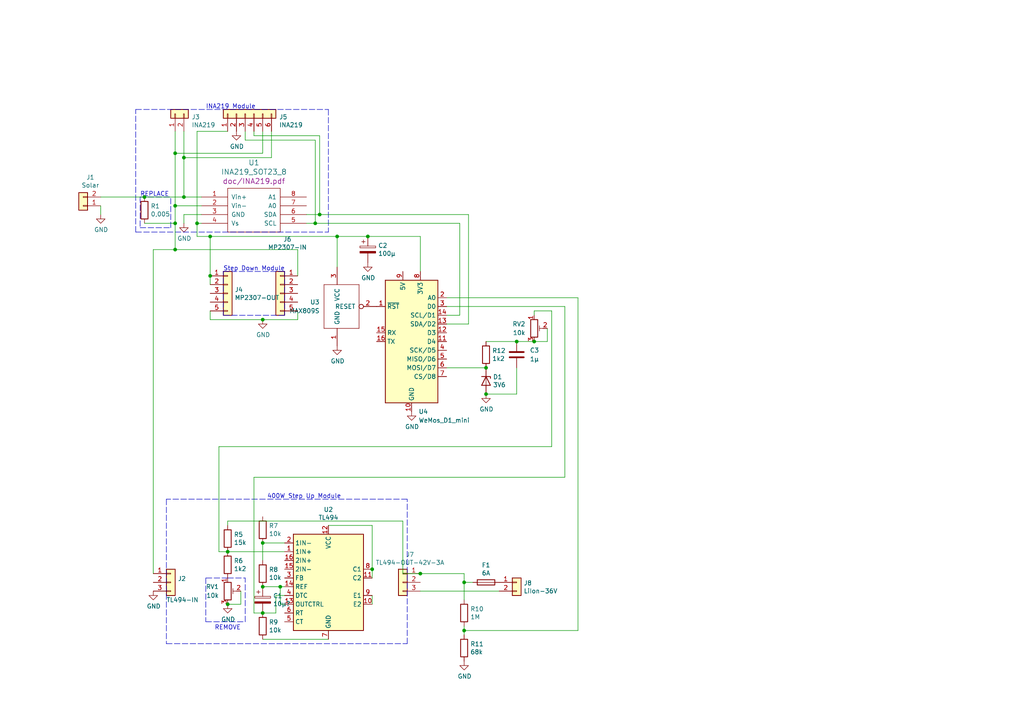
<source format=kicad_sch>
(kicad_sch (version 20211123) (generator eeschema)
  (paper "A4")
  (lib_symbols
    (symbol "Connector_Generic:Conn_01x02" (pin_names (offset 1.016) hide)
      (property "Reference" "J" (at 0 2.54 0))
      (property "Value" "Conn_01x02" (at 0 -5.08 0))
      (symbol "Conn_01x02_1_1"
        (rectangle (start -1.27 -2.413) (end 0 -2.667) (stroke (width 0.1524)))
        (rectangle (start -1.27 0.127) (end 0 -0.127) (stroke (width 0.1524)))
        (rectangle (start -1.27 1.27) (end 1.27 -3.81) (stroke (width 0.254)) (fill (type background)))
        (pin passive line (at -5.08 0 0) (length 3.81) (name "Pin_1") (number "1"))
        (pin passive line (at -5.08 -2.54 0) (length 3.81) (name "Pin_2") (number "2"))
      )
    )
    (symbol "Connector_Generic:Conn_01x03" (pin_names (offset 1.016) hide)
      (property "Reference" "J" (at 0 5.08 0))
      (property "Value" "Conn_01x03" (at 0 -5.08 0))
      (symbol "Conn_01x03_1_1"
        (rectangle (start -1.27 -2.413) (end 0 -2.667) (stroke (width 0.1524)))
        (rectangle (start -1.27 0.127) (end 0 -0.127) (stroke (width 0.1524)))
        (rectangle (start -1.27 2.667) (end 0 2.413) (stroke (width 0.1524)))
        (rectangle (start -1.27 3.81) (end 1.27 -3.81) (stroke (width 0.254)) (fill (type background)))
        (pin passive line (at -5.08 2.54 0) (length 3.81) (name "Pin_1") (number "1"))
        (pin passive line (at -5.08 0 0) (length 3.81) (name "Pin_2") (number "2"))
        (pin passive line (at -5.08 -2.54 0) (length 3.81) (name "Pin_3") (number "3"))
      )
    )
    (symbol "Connector_Generic:Conn_01x05" (pin_names (offset 1.016) hide)
      (property "Reference" "J" (at 0 7.62 0))
      (property "Value" "Conn_01x05" (at 0 -7.62 0))
      (symbol "Conn_01x05_1_1"
        (rectangle (start -1.27 -4.953) (end 0 -5.207) (stroke (width 0.1524)))
        (rectangle (start -1.27 -2.413) (end 0 -2.667) (stroke (width 0.1524)))
        (rectangle (start -1.27 0.127) (end 0 -0.127) (stroke (width 0.1524)))
        (rectangle (start -1.27 2.667) (end 0 2.413) (stroke (width 0.1524)))
        (rectangle (start -1.27 5.207) (end 0 4.953) (stroke (width 0.1524)))
        (rectangle (start -1.27 6.35) (end 1.27 -6.35) (stroke (width 0.254)) (fill (type background)))
        (pin passive line (at -5.08 5.08 0) (length 3.81) (name "Pin_1") (number "1"))
        (pin passive line (at -5.08 2.54 0) (length 3.81) (name "Pin_2") (number "2"))
        (pin passive line (at -5.08 0 0) (length 3.81) (name "Pin_3") (number "3"))
        (pin passive line (at -5.08 -2.54 0) (length 3.81) (name "Pin_4") (number "4"))
        (pin passive line (at -5.08 -5.08 0) (length 3.81) (name "Pin_5") (number "5"))
      )
    )
    (symbol "Connector_Generic:Conn_01x06" (pin_names (offset 1.016) hide)
      (property "Reference" "J" (at 0 7.62 0))
      (property "Value" "Conn_01x06" (at 0 -10.16 0))
      (symbol "Conn_01x06_1_1"
        (rectangle (start -1.27 -7.493) (end 0 -7.747) (stroke (width 0.1524)))
        (rectangle (start -1.27 -4.953) (end 0 -5.207) (stroke (width 0.1524)))
        (rectangle (start -1.27 -2.413) (end 0 -2.667) (stroke (width 0.1524)))
        (rectangle (start -1.27 0.127) (end 0 -0.127) (stroke (width 0.1524)))
        (rectangle (start -1.27 2.667) (end 0 2.413) (stroke (width 0.1524)))
        (rectangle (start -1.27 5.207) (end 0 4.953) (stroke (width 0.1524)))
        (rectangle (start -1.27 6.35) (end 1.27 -8.89) (stroke (width 0.254)) (fill (type background)))
        (pin passive line (at -5.08 5.08 0) (length 3.81) (name "Pin_1") (number "1"))
        (pin passive line (at -5.08 2.54 0) (length 3.81) (name "Pin_2") (number "2"))
        (pin passive line (at -5.08 0 0) (length 3.81) (name "Pin_3") (number "3"))
        (pin passive line (at -5.08 -2.54 0) (length 3.81) (name "Pin_4") (number "4"))
        (pin passive line (at -5.08 -5.08 0) (length 3.81) (name "Pin_5") (number "5"))
        (pin passive line (at -5.08 -7.62 0) (length 3.81) (name "Pin_6") (number "6"))
      )
    )
    (symbol "Device:C" (pin_numbers hide) (pin_names (offset 0.254))
      (property "Reference" "C" (at 0.635 2.54 0))
      (property "Value" "C" (at 0.635 -2.54 0))
      (symbol "C_0_1"
        (polyline (pts (xy -2.032 -0.762) (xy 2.032 -0.762)) (stroke (width 0.508)))
        (polyline (pts (xy -2.032 0.762) (xy 2.032 0.762)) (stroke (width 0.508)))
      )
      (symbol "C_1_1"
        (pin passive line (at 0 3.81 270) (length 2.794) (name "~") (number "1"))
        (pin passive line (at 0 -3.81 90) (length 2.794) (name "~") (number "2"))
      )
    )
    (symbol "Device:CP" (pin_numbers hide) (pin_names (offset 0.254))
      (property "Reference" "C" (at 0.635 2.54 0))
      (property "Value" "Device_CP" (at 0.635 -2.54 0))
      (symbol "CP_0_1"
        (rectangle (start -2.286 0.508) (end 2.286 1.016))
        (polyline (pts (xy -1.778 2.286) (xy -0.762 2.286)))
        (polyline (pts (xy -1.27 2.794) (xy -1.27 1.778)))
        (rectangle (start 2.286 -0.508) (end -2.286 -1.016) (fill (type outline)))
      )
      (symbol "CP_1_1"
        (pin passive line (at 0 3.81 270) (length 2.794) (name "~") (number "1"))
        (pin passive line (at 0 -3.81 90) (length 2.794) (name "~") (number "2"))
      )
    )
    (symbol "Device:D_Zener" (pin_numbers hide) (pin_names (offset 1.016) hide)
      (property "Reference" "D" (at 0 2.54 0))
      (property "Value" "D_Zener" (at 0 -2.54 0))
      (symbol "D_Zener_0_1"
        (polyline (pts (xy 1.27 0) (xy -1.27 0)))
        (polyline (pts (xy -1.27 -1.27) (xy -1.27 1.27) (xy -0.762 1.27)) (stroke (width 0.254)))
        (polyline (pts (xy 1.27 -1.27) (xy 1.27 1.27) (xy -1.27 0) (xy 1.27 -1.27)) (stroke (width 0.254)))
      )
      (symbol "D_Zener_1_1"
        (pin passive line (at -3.81 0 0) (length 2.54) (name "K") (number "1"))
        (pin passive line (at 3.81 0 180) (length 2.54) (name "A") (number "2"))
      )
    )
    (symbol "Device:Fuse" (pin_numbers hide) (pin_names (offset 0))
      (property "Reference" "F" (at 2.032 0 90))
      (property "Value" "Fuse" (at -1.905 0 90))
      (symbol "Fuse_0_1"
        (rectangle (start -0.762 -2.54) (end 0.762 2.54) (stroke (width 0.254)))
        (polyline (pts (xy 0 2.54) (xy 0 -2.54)))
      )
      (symbol "Fuse_1_1"
        (pin passive line (at 0 3.81 270) (length 1.27) (name "~") (number "1"))
        (pin passive line (at 0 -3.81 90) (length 1.27) (name "~") (number "2"))
      )
    )
    (symbol "Device:R" (pin_numbers hide) (pin_names (offset 0))
      (property "Reference" "R" (at 2.032 0 90))
      (property "Value" "R" (at 0 0 90))
      (symbol "R_0_1"
        (rectangle (start -1.016 -2.54) (end 1.016 2.54) (stroke (width 0.254)))
      )
      (symbol "R_1_1"
        (pin passive line (at 0 3.81 270) (length 1.27) (name "~") (number "1"))
        (pin passive line (at 0 -3.81 90) (length 1.27) (name "~") (number "2"))
      )
    )
    (symbol "Device:R_Potentiometer_Trim" (pin_names (offset 1.016) hide)
      (property "Reference" "RV" (at -4.445 0 90))
      (property "Value" "R_Potentiometer_Trim" (at -2.54 0 90))
      (symbol "R_Potentiometer_Trim_0_1"
        (polyline (pts (xy 1.524 0.762) (xy 1.524 -0.762)))
        (polyline (pts (xy 2.54 0) (xy 1.524 0)))
        (rectangle (start 1.016 2.54) (end -1.016 -2.54) (stroke (width 0.254)))
      )
      (symbol "R_Potentiometer_Trim_1_1"
        (pin passive line (at 0 3.81 270) (length 1.27) (name "1") (number "1"))
        (pin passive line (at 3.81 0 180) (length 1.27) (name "2") (number "2"))
        (pin passive line (at 0 -3.81 90) (length 1.27) (name "3") (number "3"))
      )
    )
    (symbol "INA219:INA219_SOT23_8" (pin_names (offset 1.016))
      (property "Reference" "U" (at 0 7.62 0))
      (property "Value" "INA219_INA219_SOT23_8" (at 0 -7.62 0))
      (symbol "INA219_SOT23_8_0_1"
        (rectangle (start -7.62 6.35) (end 7.62 -6.35))
      )
      (symbol "INA219_SOT23_8_1_1"
        (pin passive line (at 15.24 3.81 180) (length 7.62) (name "Vin+") (number "1"))
        (pin power_out line (at 15.24 1.27 180) (length 7.62) (name "Vin-") (number "2"))
        (pin power_in line (at 15.24 -1.27 180) (length 7.62) (name "GND") (number "3"))
        (pin power_in line (at 15.24 -3.81 180) (length 7.62) (name "Vs") (number "4"))
        (pin bidirectional line (at -15.24 -3.81 0) (length 7.62) (name "SCL") (number "5"))
        (pin bidirectional line (at -15.24 -1.27 0) (length 7.62) (name "SDA") (number "6"))
        (pin passive line (at -15.24 1.27 0) (length 7.62) (name "A0") (number "7"))
        (pin passive line (at -15.24 3.81 0) (length 7.62) (name "A1") (number "8"))
      )
    )
    (symbol "MAX809:MAX809" (pin_names (offset 1.016))
      (property "Reference" "U" (at 5.08 -10.16 0))
      (property "Value" "MAX809" (at 3.81 -11.43 0))
      (symbol "MAX809_0_1"
        (rectangle (start -5.08 -8.89) (end -5.08 3.81))
        (rectangle (start -5.08 -8.89) (end 5.08 -8.89))
        (rectangle (start -5.08 3.81) (end 5.08 3.81))
        (rectangle (start 5.08 3.81) (end 5.08 -8.89))
      )
      (symbol "MAX809_1_1"
        (pin power_in line (at -1.27 -13.97 90) (length 5.08) (name "GND") (number "1"))
        (pin output inverted (at 10.16 -2.54 180) (length 5.08) (name "RESET") (number "2"))
        (pin power_in line (at -1.27 8.89 270) (length 5.08) (name "VCC") (number "3"))
      )
    )
    (symbol "MCU_Module:WeMos_D1_mini"
      (property "Reference" "U" (at 3.81 19.05 0))
      (property "Value" "WeMos_D1_mini" (at 1.27 -19.05 0))
      (symbol "WeMos_D1_mini_1_1"
        (rectangle (start -7.62 17.78) (end 7.62 -17.78) (stroke (width 0.254)) (fill (type background)))
        (pin input line (at -10.16 10.16 0) (length 2.54) (name "~{RST}") (number "1"))
        (pin power_in line (at 0 -20.32 90) (length 2.54) (name "GND") (number "10"))
        (pin bidirectional line (at 10.16 0 180) (length 2.54) (name "D4") (number "11"))
        (pin bidirectional line (at 10.16 2.54 180) (length 2.54) (name "D3") (number "12"))
        (pin bidirectional line (at 10.16 5.08 180) (length 2.54) (name "SDA/D2") (number "13"))
        (pin bidirectional line (at 10.16 7.62 180) (length 2.54) (name "SCL/D1") (number "14"))
        (pin input line (at -10.16 2.54 0) (length 2.54) (name "RX") (number "15"))
        (pin output line (at -10.16 0 0) (length 2.54) (name "TX") (number "16"))
        (pin input line (at 10.16 12.7 180) (length 2.54) (name "A0") (number "2"))
        (pin bidirectional line (at 10.16 10.16 180) (length 2.54) (name "D0") (number "3"))
        (pin bidirectional line (at 10.16 -2.54 180) (length 2.54) (name "SCK/D5") (number "4"))
        (pin bidirectional line (at 10.16 -5.08 180) (length 2.54) (name "MISO/D6") (number "5"))
        (pin bidirectional line (at 10.16 -7.62 180) (length 2.54) (name "MOSI/D7") (number "6"))
        (pin bidirectional line (at 10.16 -10.16 180) (length 2.54) (name "CS/D8") (number "7"))
        (pin power_out line (at 2.54 20.32 270) (length 2.54) (name "3V3") (number "8"))
        (pin power_in line (at -2.54 20.32 270) (length 2.54) (name "5V") (number "9"))
      )
    )
    (symbol "mppt-rescue:TL494-Regulator_Controller"
      (property "Reference" "U" (at 3.81 19.05 0))
      (property "Value" "TL494-Regulator_Controller" (at 3.81 16.51 0))
      (symbol "TL494-Regulator_Controller_0_1"
        (rectangle (start -10.16 -12.7) (end 10.16 15.24) (stroke (width 0.254)) (fill (type background)))
      )
      (symbol "TL494-Regulator_Controller_1_1"
        (pin input line (at -12.7 10.16 0) (length 2.54) (name "1IN+") (number "1"))
        (pin open_emitter line (at 12.7 -5.08 180) (length 2.54) (name "E2") (number "10"))
        (pin open_collector line (at 12.7 2.54 180) (length 2.54) (name "C2") (number "11"))
        (pin power_in line (at 0 17.78 270) (length 2.54) (name "VCC") (number "12"))
        (pin input line (at -12.7 -5.08 0) (length 2.54) (name "OUTCTRL") (number "13"))
        (pin power_in line (at -12.7 0 0) (length 2.54) (name "REF") (number "14"))
        (pin input line (at -12.7 5.08 0) (length 2.54) (name "2IN-") (number "15"))
        (pin input line (at -12.7 7.62 0) (length 2.54) (name "2IN+") (number "16"))
        (pin input line (at -12.7 12.7 0) (length 2.54) (name "1IN-") (number "2"))
        (pin input line (at -12.7 2.54 0) (length 2.54) (name "FB") (number "3"))
        (pin input line (at -12.7 -2.54 0) (length 2.54) (name "DTC") (number "4"))
        (pin passive line (at -12.7 -10.16 0) (length 2.54) (name "CT") (number "5"))
        (pin passive line (at -12.7 -7.62 0) (length 2.54) (name "RT") (number "6"))
        (pin power_in line (at 0 -15.24 90) (length 2.54) (name "GND") (number "7"))
        (pin open_collector line (at 12.7 5.08 180) (length 2.54) (name "C1") (number "8"))
        (pin open_emitter line (at 12.7 -2.54 180) (length 2.54) (name "E1") (number "9"))
      )
    )
    (symbol "power:GND" (power) (pin_names (offset 0))
      (property "Value" "GND" (at 0 -3.81 0))
      (symbol "GND_0_1"
        (polyline (pts (xy 0 0) (xy 0 -1.27) (xy 1.27 -1.27) (xy 0 -2.54) (xy -1.27 -1.27) (xy 0 -1.27)))
      )
      (symbol "GND_1_1"
        (pin power_in line (at 0 0 270) (length 0) hide (name "GND") (number "1"))
      )
    )
  )
  (junction (at 50.8 59.69))
  (junction (at 106.68 68.58))
  (junction (at 41.91 57.15))
  (junction (at 81.28 170.18))
  (junction (at 97.79 68.58))
  (junction (at 134.62 182.88))
  (junction (at 140.97 114.3))
  (junction (at 154.94 99.06))
  (junction (at 76.2 92.71))
  (junction (at 60.96 80.01))
  (junction (at 121.92 166.37))
  (junction (at 50.8 64.77))
  (junction (at 66.04 175.26))
  (junction (at 140.97 106.68))
  (junction (at 76.2 177.8))
  (junction (at 60.96 68.58))
  (junction (at 57.15 64.77))
  (junction (at 50.8 72.39))
  (junction (at 50.8 44.45))
  (junction (at 53.34 57.15))
  (junction (at 134.62 168.91))
  (junction (at 149.86 99.06))
  (junction (at 66.04 160.02))
  (junction (at 76.2 170.18))
  (junction (at 92.71 62.23))
  (junction (at 107.95 165.1))
  (junction (at 53.34 45.72))
  (junction (at 76.2 157.48))
  (junction (at 91.44 64.77))
  (wire (pts (xy 107.95 152.4) (xy 95.25 152.4)))
  (wire (pts (xy 76.2 44.45) (xy 50.8 44.45)))
  (wire (pts (xy 149.86 99.06) (xy 154.94 99.06)))
  (polyline (pts (xy 40.64 57.15) (xy 40.64 66.04)))
  (wire (pts (xy 53.34 45.72) (xy 53.34 57.15)))
  (wire (pts (xy 73.66 177.8) (xy 73.66 138.43)))
  (wire (pts (xy 107.95 167.64) (xy 107.95 165.1)))
  (wire (pts (xy 60.96 92.71) (xy 76.2 92.71)))
  (wire (pts (xy 66.04 175.26) (xy 69.85 175.26)))
  (wire (pts (xy 86.36 92.71) (xy 86.36 90.17)))
  (wire (pts (xy 97.79 68.58) (xy 106.68 68.58)))
  (wire (pts (xy 81.28 175.26) (xy 81.28 170.18)))
  (wire (pts (xy 76.2 92.71) (xy 86.36 92.71)))
  (wire (pts (xy 29.21 59.69) (xy 29.21 62.23)))
  (wire (pts (xy 121.92 166.37) (xy 116.84 166.37)))
  (wire (pts (xy 129.54 88.9) (xy 163.83 88.9)))
  (wire (pts (xy 73.66 39.37) (xy 73.66 38.1)))
  (wire (pts (xy 134.62 182.88) (xy 167.64 182.88)))
  (wire (pts (xy 81.28 170.18) (xy 76.2 170.18)))
  (wire (pts (xy 160.02 90.17) (xy 154.94 90.17)))
  (wire (pts (xy 50.8 59.69) (xy 50.8 64.77)))
  (wire (pts (xy 66.04 151.13) (xy 66.04 152.4)))
  (wire (pts (xy 106.68 68.58) (xy 121.92 68.58)))
  (wire (pts (xy 129.54 86.36) (xy 167.64 86.36)))
  (polyline (pts (xy 39.37 67.31) (xy 39.37 31.75)))
  (wire (pts (xy 107.95 165.1) (xy 107.95 152.4)))
  (wire (pts (xy 158.75 99.06) (xy 158.75 95.25)))
  (wire (pts (xy 154.94 99.06) (xy 158.75 99.06)))
  (wire (pts (xy 60.96 68.58) (xy 97.79 68.58)))
  (wire (pts (xy 116.84 166.37) (xy 116.84 151.13)))
  (wire (pts (xy 50.8 44.45) (xy 50.8 59.69)))
  (wire (pts (xy 86.36 72.39) (xy 86.36 80.01)))
  (wire (pts (xy 57.15 68.58) (xy 57.15 64.77)))
  (polyline (pts (xy 71.12 180.34) (xy 71.12 167.64)))
  (wire (pts (xy 80.01 172.72) (xy 82.55 172.72)))
  (polyline (pts (xy 59.69 167.64) (xy 59.69 180.34)))
  (polyline (pts (xy 59.69 180.34) (xy 71.12 180.34)))
  (wire (pts (xy 66.04 160.02) (xy 63.5 160.02)))
  (wire (pts (xy 160.02 129.54) (xy 160.02 90.17)))
  (wire (pts (xy 57.15 38.1) (xy 66.04 38.1)))
  (polyline (pts (xy 39.37 67.31) (xy 95.25 67.31)))
  (wire (pts (xy 78.74 38.1) (xy 78.74 45.72)))
  (wire (pts (xy 140.97 114.3) (xy 149.86 114.3)))
  (wire (pts (xy 134.62 181.61) (xy 134.62 182.88)))
  (wire (pts (xy 73.66 138.43) (xy 163.83 138.43)))
  (wire (pts (xy 137.16 168.91) (xy 134.62 168.91)))
  (polyline (pts (xy 118.11 186.69) (xy 118.11 144.78)))
  (wire (pts (xy 53.34 62.23) (xy 58.42 62.23)))
  (wire (pts (xy 58.42 59.69) (xy 50.8 59.69)))
  (wire (pts (xy 41.91 64.77) (xy 50.8 64.77)))
  (wire (pts (xy 76.2 157.48) (xy 82.55 157.48)))
  (wire (pts (xy 116.84 151.13) (xy 66.04 151.13)))
  (wire (pts (xy 60.96 92.71) (xy 60.96 90.17)))
  (polyline (pts (xy 66.04 167.64) (xy 59.69 167.64)))
  (wire (pts (xy 135.89 93.98) (xy 135.89 62.23)))
  (wire (pts (xy 92.71 39.37) (xy 73.66 39.37)))
  (polyline (pts (xy 82.55 91.44) (xy 64.77 91.44)))
  (wire (pts (xy 134.62 166.37) (xy 121.92 166.37)))
  (wire (pts (xy 63.5 160.02) (xy 63.5 129.54)))
  (wire (pts (xy 60.96 68.58) (xy 60.96 80.01)))
  (wire (pts (xy 69.85 175.26) (xy 69.85 171.45)))
  (wire (pts (xy 60.96 80.01) (xy 60.96 82.55)))
  (wire (pts (xy 135.89 62.23) (xy 92.71 62.23)))
  (wire (pts (xy 53.34 64.77) (xy 53.34 62.23)))
  (polyline (pts (xy 66.04 167.64) (xy 71.12 167.64)))
  (wire (pts (xy 95.25 185.42) (xy 76.2 185.42)))
  (wire (pts (xy 50.8 72.39) (xy 86.36 72.39)))
  (wire (pts (xy 66.04 160.02) (xy 82.55 160.02)))
  (polyline (pts (xy 118.11 144.78) (xy 48.26 144.78)))
  (wire (pts (xy 140.97 99.06) (xy 149.86 99.06)))
  (wire (pts (xy 50.8 38.1) (xy 50.8 44.45)))
  (wire (pts (xy 149.86 106.68) (xy 149.86 114.3)))
  (wire (pts (xy 129.54 106.68) (xy 140.97 106.68)))
  (wire (pts (xy 92.71 39.37) (xy 92.71 62.23)))
  (wire (pts (xy 107.95 175.26) (xy 107.95 172.72)))
  (wire (pts (xy 88.9 64.77) (xy 91.44 64.77)))
  (wire (pts (xy 53.34 38.1) (xy 53.34 45.72)))
  (polyline (pts (xy 49.53 66.04) (xy 49.53 57.15)))
  (polyline (pts (xy 95.25 31.75) (xy 95.25 67.31)))
  (wire (pts (xy 154.94 90.17) (xy 154.94 91.44)))
  (wire (pts (xy 76.2 177.8) (xy 80.01 177.8)))
  (polyline (pts (xy 39.37 31.75) (xy 95.25 31.75)))
  (polyline (pts (xy 48.26 144.78) (xy 48.26 186.69)))
  (wire (pts (xy 121.92 68.58) (xy 121.92 78.74)))
  (wire (pts (xy 53.34 45.72) (xy 78.74 45.72)))
  (wire (pts (xy 82.55 175.26) (xy 81.28 175.26)))
  (wire (pts (xy 57.15 68.58) (xy 60.96 68.58)))
  (wire (pts (xy 50.8 72.39) (xy 44.45 72.39)))
  (wire (pts (xy 163.83 88.9) (xy 163.83 138.43)))
  (wire (pts (xy 91.44 64.77) (xy 133.35 64.77)))
  (wire (pts (xy 88.9 62.23) (xy 92.71 62.23)))
  (wire (pts (xy 134.62 182.88) (xy 134.62 184.15)))
  (wire (pts (xy 76.2 177.8) (xy 73.66 177.8)))
  (wire (pts (xy 76.2 162.56) (xy 76.2 157.48)))
  (wire (pts (xy 44.45 72.39) (xy 44.45 166.37)))
  (wire (pts (xy 167.64 182.88) (xy 167.64 86.36)))
  (polyline (pts (xy 48.26 186.69) (xy 118.11 186.69)))
  (wire (pts (xy 135.89 93.98) (xy 129.54 93.98)))
  (wire (pts (xy 121.92 171.45) (xy 144.78 171.45)))
  (wire (pts (xy 97.79 68.58) (xy 97.79 77.47)))
  (polyline (pts (xy 82.55 78.74) (xy 82.55 91.44)))
  (wire (pts (xy 133.35 64.77) (xy 133.35 91.44)))
  (wire (pts (xy 50.8 64.77) (xy 50.8 72.39)))
  (wire (pts (xy 76.2 38.1) (xy 76.2 44.45)))
  (wire (pts (xy 41.91 57.15) (xy 53.34 57.15)))
  (polyline (pts (xy 64.77 91.44) (xy 64.77 78.74)))
  (polyline (pts (xy 40.64 57.15) (xy 49.53 57.15)))
  (wire (pts (xy 53.34 57.15) (xy 58.42 57.15)))
  (wire (pts (xy 57.15 38.1) (xy 57.15 64.77)))
  (wire (pts (xy 57.15 64.77) (xy 58.42 64.77)))
  (wire (pts (xy 82.55 170.18) (xy 81.28 170.18)))
  (wire (pts (xy 133.35 91.44) (xy 129.54 91.44)))
  (wire (pts (xy 134.62 168.91) (xy 134.62 173.99)))
  (wire (pts (xy 71.12 38.1) (xy 71.12 40.64)))
  (wire (pts (xy 80.01 177.8) (xy 80.01 172.72)))
  (wire (pts (xy 71.12 40.64) (xy 91.44 40.64)))
  (wire (pts (xy 63.5 129.54) (xy 160.02 129.54)))
  (wire (pts (xy 134.62 166.37) (xy 134.62 168.91)))
  (wire (pts (xy 29.21 57.15) (xy 41.91 57.15)))
  (wire (pts (xy 91.44 40.64) (xy 91.44 64.77)))
  (polyline (pts (xy 40.64 66.04) (xy 49.53 66.04)))
  (polyline (pts (xy 64.77 78.74) (xy 82.55 78.74)))
  (text "INA219 Module" (at 59.69 31.75 0) (effects (font (size 1.27 1.27)) (justify left bottom)))
  (text "400W Step Up Module" (at 77.47 144.78 0) (effects (font (size 1.27 1.27)) (justify left bottom)))
  (text "REPLACE" (at 40.64 57.15 0) (effects (font (size 1.27 1.27)) (justify left bottom)))
  (text "REMOVE" (at 62.23 182.88 0) (effects (font (size 1.27 1.27)) (justify left bottom)))
  (text "Step Down Module" (at 64.77 78.74 0) (effects (font (size 1.27 1.27)) (justify left bottom)))
  (symbol (lib_id "power:GND") (at 76.2 92.71 0) (unit 1)
    (property "Reference" "#PWR06" (effects hide))
    (property "Value" "GND" (at 76.327 97.1042 0))
  )
  (symbol (lib_id "mppt-rescue:TL494-Regulator_Controller") (at 95.25 170.18 0) (unit 1)
    (property "Reference" "U2" (at 95.25 147.8026 0))
    (property "Value" "TL494" (at 95.25 150.114 0))
    (property "Datasheet" "http://www.ti.com/lit/ds/symlink/tl494.pdf" (effects hide))
  )
  (symbol (lib_id "power:GND") (at 140.97 114.3 0) (unit 1)
    (property "Reference" "#PWR011" (effects hide))
    (property "Value" "GND" (at 141.097 118.6942 0))
  )
  (symbol (lib_id "power:GND") (at 119.38 119.38 0) (unit 1)
    (property "Reference" "#PWR09" (effects hide))
    (property "Value" "GND" (at 119.507 123.7742 0))
  )
  (symbol (lib_id "power:GND") (at 29.21 62.23 0) (unit 1)
    (property "Reference" "#PWR01" (effects hide))
    (property "Value" "GND" (at 29.337 66.6242 0))
  )
  (symbol (lib_id "Connector_Generic:Conn_01x03") (at 49.53 168.91 0) (unit 1)
    (property "Reference" "J2" (at 51.562 167.8432 0) (effects (justify left)))
    (property "Value" "TL494-IN" (at 48.26 173.99 0) (effects (justify left)))
    (property "Footprint" "Connector_PinHeader_2.54mm:PinHeader_1x03_P2.54mm_Vertical" (effects hide))
  )
  (symbol (lib_id "Connector_Generic:Conn_01x03") (at 116.84 168.91 0) (mirror y) (unit 1)
    (property "Reference" "J7" (at 118.9228 160.8582 0))
    (property "Value" "TL494-OUT-42V-3A" (at 118.9228 163.1696 0))
    (property "Footprint" "Connector_PinHeader_2.54mm:PinHeader_1x03_P2.54mm_Vertical" (effects hide))
  )
  (symbol (lib_id "power:GND") (at 44.45 171.45 0) (unit 1)
    (property "Reference" "#PWR02" (effects hide))
    (property "Value" "GND" (at 44.577 175.8442 0))
  )
  (symbol (lib_id "Connector_Generic:Conn_01x02") (at 149.86 168.91 0) (unit 1)
    (property "Reference" "J8" (at 151.892 169.1132 0) (effects (justify left)))
    (property "Value" "LiIon-36V" (at 151.892 171.4246 0) (effects (justify left)))
    (property "Footprint" "Connector_PinHeader_2.54mm:PinHeader_1x02_P2.54mm_Vertical" (effects hide))
  )
  (symbol (lib_id "Device:R") (at 134.62 177.8 0) (unit 1)
    (property "Reference" "R10" (at 136.398 176.6316 0) (effects (justify left)))
    (property "Value" "1M" (at 136.398 178.943 0) (effects (justify left)))
    (property "Footprint" "Resistor_THT:R_Axial_DIN0207_L6.3mm_D2.5mm_P2.54mm_Vertical" (effects hide))
  )
  (symbol (lib_id "Device:R") (at 134.62 187.96 0) (unit 1)
    (property "Reference" "R11" (at 136.398 186.7916 0) (effects (justify left)))
    (property "Value" "68k" (at 136.398 189.103 0) (effects (justify left)))
    (property "Footprint" "Resistor_THT:R_Axial_DIN0309_L9.0mm_D3.2mm_P12.70mm_Horizontal" (effects hide))
  )
  (symbol (lib_id "power:GND") (at 134.62 191.77 0) (unit 1)
    (property "Reference" "#PWR010" (effects hide))
    (property "Value" "GND" (at 134.747 196.1642 0))
  )
  (symbol (lib_id "Device:R") (at 76.2 181.61 0) (unit 1)
    (property "Reference" "R9" (at 77.978 180.4416 0) (effects (justify left)))
    (property "Value" "10k" (at 77.978 182.753 0) (effects (justify left)))
  )
  (symbol (lib_id "Device:CP") (at 76.2 173.99 0) (unit 1)
    (property "Reference" "C1" (at 79.1972 172.8216 0) (effects (justify left)))
    (property "Value" "10µ?" (at 79.1972 175.133 0) (effects (justify left)))
  )
  (symbol (lib_id "Device:D_Zener") (at 140.97 110.49 270) (unit 1)
    (property "Reference" "D1" (at 142.9766 109.3216 90) (effects (justify left)))
    (property "Value" "3V6" (at 142.9766 111.633 90) (effects (justify left)))
    (property "Footprint" "Diode_SMD:D_2010_5025Metric" (effects hide))
  )
  (symbol (lib_id "Connector_Generic:Conn_01x02") (at 24.13 59.69 180) (unit 1)
    (property "Reference" "J1" (at 26.2128 51.435 0))
    (property "Value" "Solar" (at 26.2128 53.7464 0))
    (property "Footprint" "Connector_PinHeader_2.54mm:PinHeader_1x02_P2.54mm_Vertical" (effects hide))
  )
  (symbol (lib_id "Device:R") (at 140.97 102.87 0) (unit 1)
    (property "Reference" "R12" (at 142.748 101.7016 0) (effects (justify left)))
    (property "Value" "1k2" (at 142.748 104.013 0) (effects (justify left)))
    (property "Footprint" "Resistor_THT:R_Axial_DIN0204_L3.6mm_D1.6mm_P2.54mm_Vertical" (effects hide))
  )
  (symbol (lib_id "INA219:INA219_SOT23_8") (at 73.66 60.96 0) (mirror y) (unit 1)
    (property "Reference" "U1" (at 73.66 47.1678 0) (effects (font (size 1.524 1.524))))
    (property "Value" "INA219_SOT23_8" (at 73.66 49.8602 0) (effects (font (size 1.524 1.524))))
    (property "Datasheet" "doc/INA219.pdf" (at 73.66 52.5526 0) (effects (font (size 1.524 1.524))))
  )
  (symbol (lib_id "Connector_Generic:Conn_01x05") (at 66.04 85.09 0) (unit 1)
    (property "Reference" "J4" (at 68.072 84.0232 0) (effects (justify left)))
    (property "Value" "MP2307-OUT" (at 68.072 86.3346 0) (effects (justify left)))
    (property "Footprint" "Connector_PinHeader_2.54mm:PinHeader_1x05_P2.54mm_Vertical" (effects hide))
  )
  (symbol (lib_id "Device:R") (at 41.91 60.96 0) (unit 1)
    (property "Reference" "R1" (at 43.688 59.7916 0) (effects (justify left)))
    (property "Value" "0,005" (at 43.688 62.103 0) (effects (justify left)))
  )
  (symbol (lib_id "Connector_Generic:Conn_01x05") (at 81.28 85.09 0) (mirror y) (unit 1)
    (property "Reference" "J6" (at 83.3628 69.4182 0))
    (property "Value" "MP2307-IN" (at 83.3628 71.7296 0))
    (property "Footprint" "Connector_PinHeader_2.54mm:PinHeader_1x05_P2.54mm_Vertical" (effects hide))
  )
  (symbol (lib_id "power:GND") (at 53.34 64.77 0) (unit 1)
    (property "Reference" "#PWR03" (effects hide))
    (property "Value" "GND" (at 53.467 69.1642 0))
  )
  (symbol (lib_id "Connector_Generic:Conn_01x02") (at 50.8 33.02 90) (unit 1)
    (property "Reference" "J3" (at 55.5752 33.9344 90) (effects (justify right)))
    (property "Value" "INA219" (at 55.5752 36.2458 90) (effects (justify right)))
    (property "Footprint" "Connector_PinHeader_2.54mm:PinHeader_1x02_P2.54mm_Vertical" (effects hide))
  )
  (symbol (lib_id "Connector_Generic:Conn_01x06") (at 71.12 33.02 90) (unit 1)
    (property "Reference" "J5" (at 80.9752 33.9344 90) (effects (justify right)))
    (property "Value" "INA219" (at 80.9752 36.2458 90) (effects (justify right)))
    (property "Footprint" "Connector_PinHeader_2.54mm:PinHeader_1x06_P2.54mm_Vertical" (effects hide))
  )
  (symbol (lib_id "power:GND") (at 68.58 38.1 0) (unit 1)
    (property "Reference" "#PWR05" (effects hide))
    (property "Value" "GND" (at 68.707 42.4942 0))
  )
  (symbol (lib_id "Device:Fuse") (at 140.97 168.91 270) (unit 1)
    (property "Reference" "F1" (at 140.97 163.9062 90))
    (property "Value" "6A" (at 140.97 166.2176 90))
  )
  (symbol (lib_id "power:GND") (at 66.04 175.26 0) (unit 1)
    (property "Reference" "#PWR04" (effects hide))
    (property "Value" "GND" (at 66.167 179.6542 0))
  )
  (symbol (lib_id "power:GND") (at 97.79 100.33 0) (unit 1)
    (property "Reference" "#PWR07" (effects hide))
    (property "Value" "GND" (at 97.917 104.7242 0))
  )
  (symbol (lib_id "Device:R") (at 76.2 166.37 0) (unit 1)
    (property "Reference" "R8" (at 77.978 165.2016 0) (effects (justify left)))
    (property "Value" "10k" (at 77.978 167.513 0) (effects (justify left)))
  )
  (symbol (lib_id "Device:C") (at 149.86 102.87 0) (unit 1)
    (property "Reference" "C3" (at 153.67 101.5999 0) (effects (justify left)))
    (property "Value" "1µ" (at 153.67 104.1399 0) (effects (justify left)))
    (property "Footprint" "Capacitor_THT:C_Rect_L7.2mm_W2.5mm_P5.00mm_FKS2_FKP2_MKS2_MKP2" (effects hide))
  )
  (symbol (lib_id "MCU_Module:WeMos_D1_mini") (at 119.38 99.06 0) (unit 1)
    (property "Reference" "U4" (at 121.3994 119.38 0) (effects (justify left)))
    (property "Value" "WeMos_D1_mini" (at 121.3994 121.92 0) (effects (justify left)))
    (property "Footprint" "Module:WEMOS_D1_mini_light" (effects hide))
    (property "Datasheet" "https://wiki.wemos.cc/products:d1:d1_mini#documentation" (effects hide))
  )
  (symbol (lib_id "power:GND") (at 106.68 76.2 0) (unit 1)
    (property "Reference" "#PWR08" (effects hide))
    (property "Value" "GND" (at 106.807 80.5942 0))
  )
  (symbol (lib_id "Device:CP") (at 106.68 72.39 0) (unit 1)
    (property "Reference" "C2" (at 109.6772 71.2216 0) (effects (justify left)))
    (property "Value" "100µ" (at 109.6772 73.533 0) (effects (justify left)))
    (property "Footprint" "Capacitor_THT:CP_Radial_D6.3mm_P2.50mm" (effects hide))
  )
  (symbol (lib_id "Device:R") (at 76.2 153.67 0) (unit 1)
    (property "Reference" "R7" (at 77.978 152.5016 0) (effects (justify left)))
    (property "Value" "10k" (at 77.978 154.813 0) (effects (justify left)))
  )
  (symbol (lib_id "Device:R") (at 66.04 156.21 0) (unit 1)
    (property "Reference" "R5" (at 67.818 155.0416 0) (effects (justify left)))
    (property "Value" "15k" (at 67.818 157.353 0) (effects (justify left)))
  )
  (symbol (lib_id "Device:R_Potentiometer_Trim") (at 154.94 95.25 0) (unit 1)
    (property "Reference" "RV2" (at 152.4 93.9799 0) (effects (justify right)))
    (property "Value" "10k" (at 152.4 96.5199 0) (effects (justify right)))
    (property "Footprint" "Potentiometer_THT:Potentiometer_Bourns_3266Y_Vertical" (effects hide))
  )
  (symbol (lib_id "Device:R_Potentiometer_Trim") (at 66.04 171.45 0) (unit 1)
    (property "Reference" "RV1" (at 63.5 170.1799 0) (effects (justify right)))
    (property "Value" "10k" (at 63.5 172.7199 0) (effects (justify right)))
  )
  (symbol (lib_id "Device:R") (at 66.04 163.83 0) (unit 1)
    (property "Reference" "R6" (at 67.818 162.6616 0) (effects (justify left)))
    (property "Value" "1k2" (at 67.818 164.973 0) (effects (justify left)))
  )
  (symbol (lib_id "MAX809:MAX809") (at 99.06 86.36 0) (unit 1)
    (property "Reference" "U3" (at 92.71 87.6299 0) (effects (justify right)))
    (property "Value" "MAX809S" (at 92.71 90.1699 0) (effects (justify right)))
    (property "Footprint" "Package_TO_SOT_SMD:SOT-23" (effects hide))
    (property "Datasheet" "https://datasheets.maximintegrated.com/en/ds/MAX803-MAX810Z.pdf" (effects hide))
  )
)
</source>
